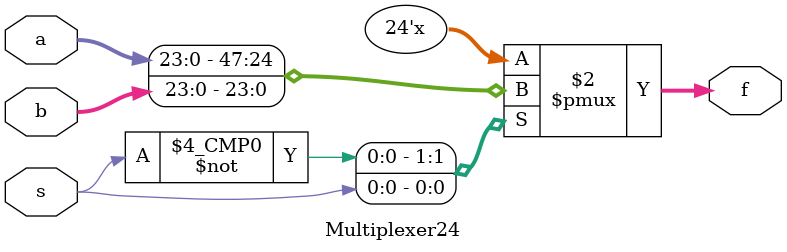
<source format=v>
module Multiplexer24(a,b,s,f);
	input [23:0]a;
	input [23:0]b;
	input s;
	output reg [23:0]f;
	//Declare inputs and output.
	
	always@(a, b, s)
		case(s)
			0 : f[23:0] <= a[23:0];
			1 : f[23:0] <= b[23:0];
		endcase
	//Assign values based on the switch.
	
endmodule 
</source>
